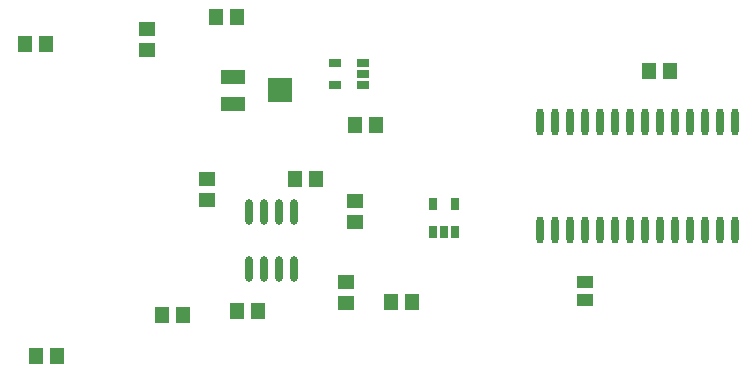
<source format=gtp>
%FSLAX42Y42*%
%MOMM*%
G71*
G01*
G75*
G04 Layer_Color=8421504*
%ADD10R,1.20X1.40*%
%ADD11O,0.60X2.30*%
%ADD12R,1.40X1.20*%
%ADD13R,1.10X0.65*%
%ADD14R,1.40X1.10*%
%ADD15R,2.00X1.30*%
%ADD16R,2.00X2.00*%
%ADD17O,0.60X2.20*%
%ADD18R,0.65X1.10*%
%ADD19C,0.25*%
%ADD20R,1.50X1.50*%
%ADD21C,1.50*%
%ADD22R,1.50X1.50*%
%ADD23C,2.50*%
%ADD24R,1.50X1.50*%
%ADD25C,1.50*%
%ADD26C,1.27*%
%ADD27C,0.20*%
%ADD28C,0.25*%
%ADD29C,0.60*%
D10*
X2744Y4153D02*
D03*
X2564D02*
D03*
X2833Y1511D02*
D03*
X2653D02*
D03*
X3900Y1854D02*
D03*
X3720D02*
D03*
X8028Y3924D02*
D03*
X7848D02*
D03*
X4850Y3010D02*
D03*
X5030D02*
D03*
X5843Y1968D02*
D03*
X5663D02*
D03*
X4177Y4381D02*
D03*
X4357D02*
D03*
X4355Y1892D02*
D03*
X4535D02*
D03*
X5538Y3467D02*
D03*
X5358D02*
D03*
D11*
X6921Y2580D02*
D03*
X7049D02*
D03*
X7175D02*
D03*
X7303D02*
D03*
X7429D02*
D03*
X7557D02*
D03*
X7683D02*
D03*
X7811D02*
D03*
X7938D02*
D03*
X8064D02*
D03*
X8192D02*
D03*
X8318D02*
D03*
X8446D02*
D03*
X8572D02*
D03*
X6921Y3490D02*
D03*
X7049D02*
D03*
X7175D02*
D03*
X7303D02*
D03*
X7429D02*
D03*
X7557D02*
D03*
X7683D02*
D03*
X7811D02*
D03*
X7938D02*
D03*
X8064D02*
D03*
X8192D02*
D03*
X8318D02*
D03*
X8446D02*
D03*
X8572D02*
D03*
D12*
X5359Y2821D02*
D03*
Y2641D02*
D03*
X5283Y1955D02*
D03*
Y2135D02*
D03*
X3594Y4281D02*
D03*
Y4101D02*
D03*
X4102Y3011D02*
D03*
Y2831D02*
D03*
D13*
X5429Y3804D02*
D03*
Y3899D02*
D03*
Y3994D02*
D03*
X5189D02*
D03*
Y3804D02*
D03*
D14*
X7303Y1982D02*
D03*
Y2132D02*
D03*
D15*
X4321Y3874D02*
D03*
Y3644D02*
D03*
D16*
X4721Y3759D02*
D03*
D17*
X4839Y2729D02*
D03*
X4712D02*
D03*
X4585D02*
D03*
X4458D02*
D03*
X4839Y2249D02*
D03*
X4712D02*
D03*
X4585D02*
D03*
X4458D02*
D03*
D18*
X6014Y2560D02*
D03*
X6109D02*
D03*
X6204D02*
D03*
Y2800D02*
D03*
X6014D02*
D03*
M02*

</source>
